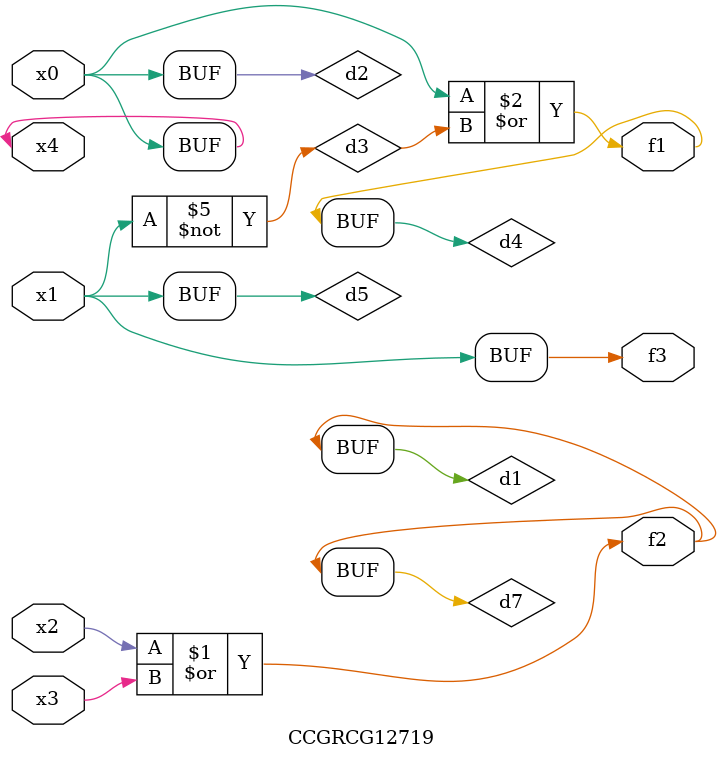
<source format=v>
module CCGRCG12719(
	input x0, x1, x2, x3, x4,
	output f1, f2, f3
);

	wire d1, d2, d3, d4, d5, d6, d7;

	or (d1, x2, x3);
	buf (d2, x0, x4);
	not (d3, x1);
	or (d4, d2, d3);
	not (d5, d3);
	nand (d6, d1, d3);
	or (d7, d1);
	assign f1 = d4;
	assign f2 = d7;
	assign f3 = d5;
endmodule

</source>
